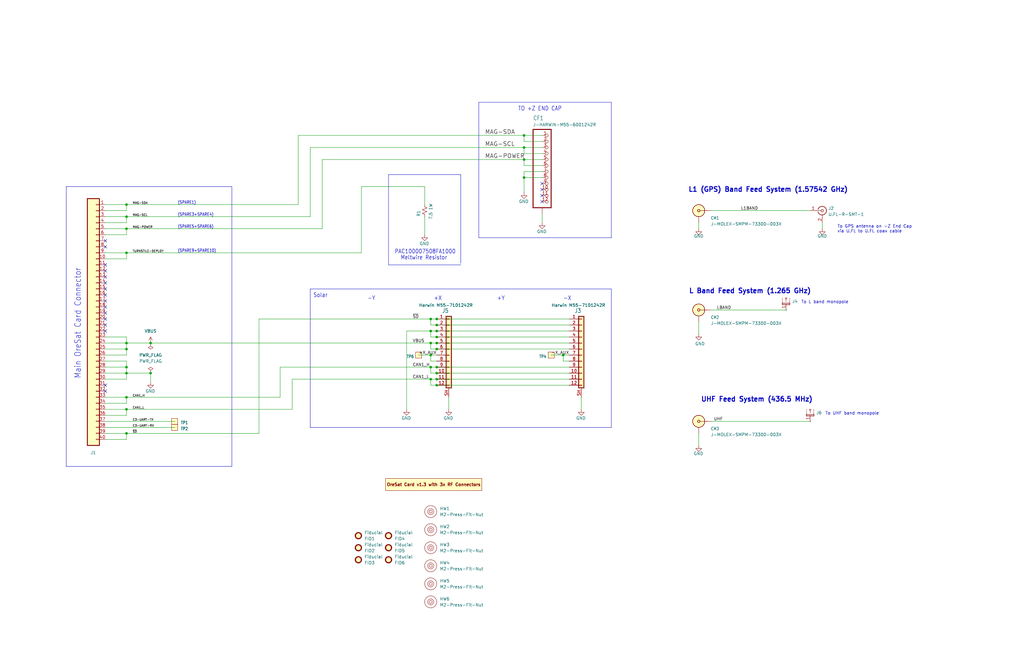
<source format=kicad_sch>
(kicad_sch (version 20230121) (generator eeschema)
  (paper "USLedger")
  (title_block (title "OreSat0.5 -Z End Card") (rev "1.0"))
  (lib_symbols
    (symbol "Connector:Conn_Coaxial" (pin_names (offset 1.016) hide)
      (property "Reference" "J" (at 0.254 3.048 0))
      (property "Value" "Conn_Coaxial" (at 2.921 0 90))
      (symbol "Conn_Coaxial_0_1"
        (arc (start -1.778 -0.508) (mid 0.2311 -1.8066) (end 1.778 0) (stroke (width 0.254)))
        (polyline (pts (xy -2.54 0) (xy -0.508 0)))
        (polyline (pts (xy 0 -2.54) (xy 0 -1.778)))
        (circle (center 0 0) (radius 0.508) (stroke (width 0.2032)))
        (arc (start 1.778 0) (mid 0.2099 1.8101) (end -1.778 0.508) (stroke (width 0.254)))
      )
      (symbol "Conn_Coaxial_1_1"
        (pin passive line (at -5.08 0 0) (length 2.54) (name "In") (number "1"))
        (pin passive line (at 0 -5.08 90) (length 2.54) (name "Ext") (number "2"))
      )
    )
    (symbol "Device:R_Small_US" (pin_numbers hide) (pin_names (offset 0.254) hide)
      (property "Reference" "R" (at 0.762 0.508 0))
      (property "Value" "R_Small_US" (at 0.762 -1.016 0))
      (symbol "R_Small_US_1_1"
        (polyline (pts (xy 0 0) (xy 1.016 -0.381) (xy 0 -0.762) (xy -1.016 -1.143) (xy 0 -1.524)))
        (polyline (pts (xy 0 1.524) (xy 1.016 1.143) (xy 0 0.762) (xy -1.016 0.381) (xy 0 0)))
        (pin passive line (at 0 2.54 270) (length 1.016) (name "~") (number "1"))
        (pin passive line (at 0 -2.54 90) (length 1.016) (name "~") (number "2"))
      )
    )
    (symbol "Mechanical:Fiducial"
      (property "Reference" "FID" (at 0 5.08 0))
      (property "Value" "Fiducial" (at 0 3.175 0))
      (symbol "Fiducial_0_1"
        (circle (center 0 0) (radius 1.27) (stroke (width 0.508)) (fill (type background)))
      )
    )
    (symbol "oresat-connectors:Harwin M55-7101242R" (pin_names hide)
      (property "Reference" "J" (at -12.7 15.875 0))
      (property "Value" "Harwin M55-7101242R" (at -12.7 13.97 0))
      (symbol "Harwin M55-7101242R_1_1"
        (rectangle (start -1.27 -16.51) (end 1.27 13.97) (stroke (width 0.1524)))
        (rectangle (start -1.016 -16.256) (end 1.016 13.716) (stroke (width 0.254)) (fill (type background)))
        (rectangle (start -0.254 -15.367) (end 1.016 -15.113) (stroke (width 0.1524)))
        (rectangle (start -0.254 -12.827) (end 1.016 -12.573) (stroke (width 0.1524)))
        (rectangle (start -0.254 -10.287) (end 1.016 -10.033) (stroke (width 0.1524)))
        (rectangle (start -0.254 -7.747) (end 1.016 -7.493) (stroke (width 0.1524)))
        (rectangle (start -0.254 -5.207) (end 1.016 -4.953) (stroke (width 0.1524)))
        (rectangle (start -0.254 -2.667) (end 1.016 -2.413) (stroke (width 0.1524)))
        (rectangle (start -0.254 -0.127) (end 1.016 0.127) (stroke (width 0.1524)))
        (rectangle (start -0.254 2.413) (end 1.016 2.667) (stroke (width 0.1524)))
        (rectangle (start -0.254 4.953) (end 1.016 5.207) (stroke (width 0.1524)))
        (rectangle (start -0.254 7.493) (end 1.016 7.747) (stroke (width 0.1524)))
        (rectangle (start -0.254 10.033) (end 1.016 10.287) (stroke (width 0.1524)))
        (rectangle (start -0.254 12.573) (end 1.016 12.827) (stroke (width 0.1524)))
        (pin passive line (at 5.08 12.7 180) (length 4.064) (name "Pin_1") (number "1"))
        (pin passive line (at 5.08 -10.16 180) (length 4.064) (name "Pin_10") (number "10"))
        (pin passive line (at 5.08 -12.7 180) (length 4.064) (name "Pin_11") (number "11"))
        (pin passive line (at 5.08 -15.24 180) (length 4.064) (name "Pin_12") (number "12"))
        (pin passive line (at 5.08 10.16 180) (length 4.064) (name "Pin_2") (number "2"))
        (pin passive line (at 5.08 7.62 180) (length 4.064) (name "Pin_3") (number "3"))
        (pin passive line (at 5.08 5.08 180) (length 4.064) (name "Pin_4") (number "4"))
        (pin passive line (at 5.08 2.54 180) (length 4.064) (name "Pin_5") (number "5"))
        (pin passive line (at 5.08 0 180) (length 4.064) (name "Pin_6") (number "6"))
        (pin passive line (at 5.08 -2.54 180) (length 4.064) (name "Pin_7") (number "7"))
        (pin passive line (at 5.08 -5.08 180) (length 4.064) (name "Pin_8") (number "8"))
        (pin passive line (at 5.08 -7.62 180) (length 4.064) (name "Pin_9") (number "9"))
        (pin passive line (at 0 -20.32 90) (length 3.81) (name "Shield") (number "SH"))
      )
    )
    (symbol "oresat-connectors:J-HARWIN-M55-6001242R" (pin_names hide)
      (property "Reference" "CF1" (at -6.35 19.05 0))
      (property "Value" "J-HARWIN-M55-6001242R" (at -6.35 16.51 0))
      (symbol "J-HARWIN-M55-6001242R_1_0"
        (polyline (pts (xy -6.35 -17.78) (xy 1.27 -17.78)) (stroke (width 0.4064)))
        (polyline (pts (xy -6.35 15.24) (xy -6.35 -17.78)) (stroke (width 0.4064)))
        (polyline (pts (xy 1.27 -17.78) (xy 1.27 15.24)) (stroke (width 0.4064)))
        (polyline (pts (xy 1.27 15.24) (xy -6.35 15.24)) (stroke (width 0.4064)))
        (pin passive inverted (at -2.54 12.7 0) (length 2.54) (name "1") (number "1"))
        (pin passive inverted (at -2.54 -10.16 0) (length 2.54) (name "10") (number "10"))
        (pin passive inverted (at -2.54 -12.7 0) (length 2.54) (name "11") (number "11"))
        (pin passive inverted (at -2.54 -15.24 0) (length 2.54) (name "12") (number "12"))
        (pin passive inverted (at -2.54 10.16 0) (length 2.54) (name "2") (number "2"))
        (pin passive inverted (at -2.54 7.62 0) (length 2.54) (name "3") (number "3"))
        (pin passive inverted (at -2.54 5.08 0) (length 2.54) (name "4") (number "4"))
        (pin passive inverted (at -2.54 2.54 0) (length 2.54) (name "5") (number "5"))
        (pin passive inverted (at -2.54 0 0) (length 2.54) (name "6") (number "6"))
        (pin passive inverted (at -2.54 -2.54 0) (length 2.54) (name "7") (number "7"))
        (pin passive inverted (at -2.54 -5.08 0) (length 2.54) (name "8") (number "8"))
        (pin passive inverted (at -2.54 -7.62 0) (length 2.54) (name "9") (number "9"))
        (pin passive line (at -2.54 -20.32 90) (length 2.54) (name "SHIELD") (number "SH"))
      )
    )
    (symbol "oresat-connectors:J-MOLEX-SMPM-73300-002X"
      (property "Reference" "J" (at 5.08 -3.81 0))
      (property "Value" "733000020" (at 5.08 -6.35 0))
      (symbol "J-MOLEX-SMPM-73300-002X_1_0"
        (polyline (pts (xy 0.508 0) (xy 3.556 0)) (stroke (width 0.1524)))
        (circle (center 0 0) (radius 0.508) (stroke (width 0.254)))
        (circle (center 0 0) (radius 2.54) (stroke (width 0.254)) (fill (type background)))
        (pin passive line (at 0 -5.08 90) (length 2.54) (name "SHLD") (number "SHLD"))
        (pin passive line (at 5.08 0 180) (length 2.54) (name "SIG") (number "SIG"))
      )
    )
    (symbol "oresat-connectors:J-SAMTEC-TFM-120-01-L-D-RA" (pin_names hide)
      (property "Reference" "J" (at 0 54.61 0))
      (property "Value" "J-SAMTEC-TFM-120-01-L-D-RA" (at 0 52.07 0))
      (symbol "J-SAMTEC-TFM-120-01-L-D-RA_0_1"
        (rectangle (start 2.413 -50.673) (end 1.143 -50.927) (stroke (width 0.1524)))
        (rectangle (start 2.413 -48.133) (end 1.143 -48.387) (stroke (width 0.1524)))
        (rectangle (start 2.413 -45.593) (end 1.143 -45.847) (stroke (width 0.1524)))
        (rectangle (start 2.413 -43.053) (end 1.143 -43.307) (stroke (width 0.1524)))
        (rectangle (start 2.413 -40.513) (end 1.143 -40.767) (stroke (width 0.1524)))
        (rectangle (start 2.413 -37.973) (end 1.143 -38.227) (stroke (width 0.1524)))
        (rectangle (start 2.413 -35.433) (end 1.143 -35.687) (stroke (width 0.1524)))
        (rectangle (start 2.413 -32.893) (end 1.143 -33.147) (stroke (width 0.1524)))
        (rectangle (start 2.413 -30.353) (end 1.143 -30.607) (stroke (width 0.1524)))
        (rectangle (start 2.413 -27.813) (end 1.143 -28.067) (stroke (width 0.1524)))
        (rectangle (start 2.413 -25.273) (end 1.143 -25.527) (stroke (width 0.1524)))
        (rectangle (start 2.413 -22.733) (end 1.143 -22.987) (stroke (width 0.1524)))
        (rectangle (start 2.413 -20.193) (end 1.143 -20.447) (stroke (width 0.1524)))
        (rectangle (start 2.413 -17.653) (end 1.143 -17.907) (stroke (width 0.1524)))
        (rectangle (start 2.413 -15.113) (end 1.143 -15.367) (stroke (width 0.1524)))
        (rectangle (start 2.413 -12.573) (end 1.143 -12.827) (stroke (width 0.1524)))
        (rectangle (start 2.413 -10.033) (end 1.143 -10.287) (stroke (width 0.1524)))
        (rectangle (start 2.413 -7.493) (end 1.143 -7.747) (stroke (width 0.1524)))
        (rectangle (start 2.413 -4.953) (end 1.143 -5.207) (stroke (width 0.1524)))
        (rectangle (start 2.413 -2.413) (end 1.143 -2.667) (stroke (width 0.1524)))
        (rectangle (start 2.413 0.127) (end 1.143 -0.127) (stroke (width 0.1524)))
        (rectangle (start 2.413 2.667) (end 1.143 2.413) (stroke (width 0.1524)))
        (rectangle (start 2.413 5.207) (end 1.143 4.953) (stroke (width 0.1524)))
        (rectangle (start 2.413 7.747) (end 1.143 7.493) (stroke (width 0.1524)))
        (rectangle (start 2.413 10.287) (end 1.143 10.033) (stroke (width 0.1524)))
        (rectangle (start 2.413 12.827) (end 1.143 12.573) (stroke (width 0.1524)))
        (rectangle (start 2.413 15.367) (end 1.143 15.113) (stroke (width 0.1524)))
        (rectangle (start 2.413 17.907) (end 1.143 17.653) (stroke (width 0.1524)))
        (rectangle (start 2.413 20.447) (end 1.143 20.193) (stroke (width 0.1524)))
        (rectangle (start 2.413 22.987) (end 1.143 22.733) (stroke (width 0.1524)))
        (rectangle (start 2.413 25.527) (end 1.143 25.273) (stroke (width 0.1524)))
        (rectangle (start 2.413 28.067) (end 1.143 27.813) (stroke (width 0.1524)))
        (rectangle (start 2.413 30.607) (end 1.143 30.353) (stroke (width 0.1524)))
        (rectangle (start 2.413 33.147) (end 1.143 32.893) (stroke (width 0.1524)))
        (rectangle (start 2.413 35.687) (end 1.143 35.433) (stroke (width 0.1524)))
        (rectangle (start 2.413 38.227) (end 1.143 37.973) (stroke (width 0.1524)))
        (rectangle (start 2.413 40.767) (end 1.143 40.513) (stroke (width 0.1524)))
        (rectangle (start 2.413 43.307) (end 1.143 43.053) (stroke (width 0.1524)))
        (rectangle (start 2.413 45.847) (end 1.143 45.593) (stroke (width 0.1524)))
        (rectangle (start 2.413 48.387) (end 1.143 48.133) (stroke (width 0.1524)))
      )
      (symbol "J-SAMTEC-TFM-120-01-L-D-RA_1_1"
        (rectangle (start -2.54 50.8) (end 2.54 -53.34) (stroke (width 0.4)) (fill (type background)))
        (pin passive line (at 5.08 48.26 180) (length 2.54) (name "") (number "1"))
        (pin passive line (at 5.08 25.4 180) (length 2.54) (name "") (number "10"))
        (pin passive line (at 5.08 22.86 180) (length 2.54) (name "") (number "11"))
        (pin passive line (at 5.08 20.32 180) (length 2.54) (name "") (number "12"))
        (pin passive line (at 5.08 17.78 180) (length 2.54) (name "") (number "13"))
        (pin passive line (at 5.08 15.24 180) (length 2.54) (name "") (number "14"))
        (pin passive line (at 5.08 12.7 180) (length 2.54) (name "") (number "15"))
        (pin passive line (at 5.08 10.16 180) (length 2.54) (name "") (number "16"))
        (pin passive line (at 5.08 7.62 180) (length 2.54) (name "") (number "17"))
        (pin passive line (at 5.08 5.08 180) (length 2.54) (name "") (number "18"))
        (pin passive line (at 5.08 2.54 180) (length 2.54) (name "") (number "19"))
        (pin passive line (at 5.08 45.72 180) (length 2.54) (name "") (number "2"))
        (pin passive line (at 5.08 0 180) (length 2.54) (name "") (number "20"))
        (pin passive line (at 5.08 -2.54 180) (length 2.54) (name "") (number "21"))
        (pin passive line (at 5.08 -5.08 180) (length 2.54) (name "") (number "22"))
        (pin passive line (at 5.08 -7.62 180) (length 2.54) (name "") (number "23"))
        (pin passive line (at 5.08 -10.16 180) (length 2.54) (name "") (number "24"))
        (pin passive line (at 5.08 -12.7 180) (length 2.54) (name "") (number "25"))
        (pin passive line (at 5.08 -15.24 180) (length 2.54) (name "") (number "26"))
        (pin passive line (at 5.08 -17.78 180) (length 2.54) (name "") (number "27"))
        (pin passive line (at 5.08 -20.32 180) (length 2.54) (name "") (number "28"))
        (pin passive line (at 5.08 -22.86 180) (length 2.54) (name "") (number "29"))
        (pin passive line (at 5.08 43.18 180) (length 2.54) (name "") (number "3"))
        (pin passive line (at 5.08 -25.4 180) (length 2.54) (name "") (number "30"))
        (pin passive line (at 5.08 -27.94 180) (length 2.54) (name "") (number "31"))
        (pin passive line (at 5.08 -30.48 180) (length 2.54) (name "") (number "32"))
        (pin passive line (at 5.08 -33.02 180) (length 2.54) (name "") (number "33"))
        (pin passive line (at 5.08 -35.56 180) (length 2.54) (name "") (number "34"))
        (pin passive line (at 5.08 -38.1 180) (length 2.54) (name "") (number "35"))
        (pin passive line (at 5.08 -40.64 180) (length 2.54) (name "") (number "36"))
        (pin passive line (at 5.08 -43.18 180) (length 2.54) (name "") (number "37"))
        (pin passive line (at 5.08 -45.72 180) (length 2.54) (name "") (number "38"))
        (pin passive line (at 5.08 -48.26 180) (length 2.54) (name "") (number "39"))
        (pin passive line (at 5.08 40.64 180) (length 2.54) (name "") (number "4"))
        (pin passive line (at 5.08 -50.8 180) (length 2.54) (name "") (number "40"))
        (pin passive line (at 5.08 38.1 180) (length 2.54) (name "") (number "5"))
        (pin passive line (at 5.08 35.56 180) (length 2.54) (name "") (number "6"))
        (pin passive line (at 5.08 33.02 180) (length 2.54) (name "") (number "7"))
        (pin passive line (at 5.08 30.48 180) (length 2.54) (name "") (number "8"))
        (pin passive line (at 5.08 27.94 180) (length 2.54) (name "") (number "9"))
      )
    )
    (symbol "oresat-misc:M2-Press-Fit-Nut" (pin_numbers hide) (pin_names (offset 0) hide)
      (property "Reference" "HW" (at 4.445 1.27 0))
      (property "Value" "M2-Press-Fit-Nut" (at 12.065 -1.27 0))
      (symbol "M2-Press-Fit-Nut_0_1"
        (circle (center 0 0) (radius 0.635))
        (circle (center 0 0) (radius 1.27))
        (circle (center 0 0) (radius 2.54))
      )
    )
    (symbol "oresat-misc:Test-Point-0.75mm-th"
      (property "Reference" "TP" (at 0 2.54 0))
      (symbol "Test-Point-0.75mm-th_1_0"
        (pin passive line (at 0 0 0) (length 0) (name "1") (number "1"))
      )
      (symbol "Test-Point-0.75mm-th_1_1"
        (rectangle (start -1.27 1.27) (end 1.27 -1.27) (fill (type background)))
      )
    )
    (symbol "oresat-misc:tape-measure-antenna"
      (property "Reference" "J" (at 1.27 0 0))
      (symbol "tape-measure-antenna_0_1"
        (arc (start -1.524 2.921) (mid -1.6814 2.54) (end -1.524 2.159))
        (polyline (pts (xy -1.524 2.159) (xy 1.524 2.159)))
        (polyline (pts (xy -1.524 2.54) (xy -1.524 3.556)))
        (polyline (pts (xy -1.524 3.81) (xy -1.524 4.064)))
        (polyline (pts (xy -1.524 4.318) (xy -1.524 4.572)))
        (polyline (pts (xy -1.524 4.826) (xy -1.524 5.08)))
        (polyline (pts (xy 1.524 2.54) (xy -1.524 2.54)))
        (polyline (pts (xy 1.524 2.54) (xy 1.524 3.556)))
        (polyline (pts (xy 1.524 2.921) (xy -1.524 2.921)))
        (polyline (pts (xy 1.524 3.81) (xy 1.524 4.064)))
        (polyline (pts (xy 1.524 4.318) (xy 1.524 4.572)))
        (polyline (pts (xy 1.524 4.826) (xy 1.524 5.08)))
        (polyline (pts (xy 0 3.556) (xy 0 4.445) (xy 0.381 5.08) (xy -0.381 5.08) (xy 0 4.445)))
        (arc (start 1.524 2.159) (mid 1.6812 2.54) (end 1.524 2.921))
      )
      (symbol "tape-measure-antenna_1_1"
        (pin passive line (at 0 0 90) (length 2.54) (name "") (number "1"))
      )
    )
    (symbol "oresat-pcbs:ORESAT-CARD-V1.3-3RF"
      (symbol "ORESAT-CARD-V1.3-3RF_1_0"
        (rectangle (start -20.32 2.54) (end 20.32 -2.54) (fill (type background)))
        (text "OreSat Card v1.3 with 3x RF Connectors" (at 0 0 0) (effects (font (size 1.27 1.27) bold)))
      )
    )
    (symbol "oresat-power:VBUS" (power) (pin_names (offset 0))
      (property "Value" "VBUS" (at 0 3.556 0))
      (symbol "VBUS_0_1"
        (polyline (pts (xy -0.762 1.27) (xy 0 2.54)))
        (polyline (pts (xy 0 0) (xy 0 2.54)))
        (polyline (pts (xy 0 2.54) (xy 0.762 1.27)))
      )
      (symbol "VBUS_1_1"
        (pin power_in line (at 0 0 90) (length 0) hide (name "VBUS") (number "1"))
      )
    )
    (symbol "power:GND" (power) (pin_names (offset 0))
      (property "Value" "GND" (at 0 -3.81 0))
      (symbol "GND_0_1"
        (polyline (pts (xy 0 0) (xy 0 -1.27) (xy 1.27 -1.27) (xy 0 -2.54) (xy -1.27 -1.27) (xy 0 -1.27)))
      )
      (symbol "GND_1_1"
        (pin power_in line (at 0 0 270) (length 0) hide (name "GND") (number "1"))
      )
    )
    (symbol "power:PWR_FLAG" (power) (pin_numbers hide) (pin_names (offset 0) hide)
      (property "Value" "PWR_FLAG" (at 0 3.81 0))
      (symbol "PWR_FLAG_0_0"
        (pin power_out line (at 0 0 90) (length 0) (name "pwr") (number "1"))
      )
      (symbol "PWR_FLAG_0_1"
        (polyline (pts (xy 0 0) (xy 0 1.27) (xy -1.016 1.905) (xy 0 2.54) (xy 1.016 1.905) (xy 0 1.27)))
      )
    )
  )
  (junction (at 237.49 149.86))
  (junction (at 53.34 147.32))
  (junction (at 181.61 160.02))
  (junction (at 220.98 67.31))
  (junction (at 184.15 142.24))
  (junction (at 181.61 144.78))
  (junction (at 181.61 134.62))
  (junction (at 53.34 157.48))
  (junction (at 184.15 139.7))
  (junction (at 220.98 74.93))
  (junction (at 184.15 157.48))
  (junction (at 53.34 144.78))
  (junction (at 53.34 106.68))
  (junction (at 181.61 149.86))
  (junction (at 53.34 86.36))
  (junction (at 53.34 172.72))
  (junction (at 53.34 182.88))
  (junction (at 220.98 62.23))
  (junction (at 184.15 144.78))
  (junction (at 184.15 134.62))
  (junction (at 63.5 144.78))
  (junction (at 184.15 137.16))
  (junction (at 181.61 139.7))
  (junction (at 53.34 167.64))
  (junction (at 53.34 91.44))
  (junction (at 63.5 157.48))
  (junction (at 181.61 154.94))
  (junction (at 184.15 154.94))
  (junction (at 53.34 96.52))
  (junction (at 184.15 147.32))
  (junction (at 184.15 162.56))
  (junction (at 53.34 154.94))
  (junction (at 220.98 57.15))
  (junction (at 184.15 160.02))
  (no_connect (at 44.45 114.3))
  (no_connect (at 44.45 116.84))
  (no_connect (at 44.45 124.46))
  (no_connect (at 44.45 121.92))
  (no_connect (at 44.45 119.38))
  (no_connect (at 44.45 137.16))
  (no_connect (at 44.45 132.08))
  (no_connect (at 44.45 139.7))
  (no_connect (at 228.6 85.09))
  (no_connect (at 44.45 111.76))
  (no_connect (at 44.45 134.62))
  (no_connect (at 44.45 165.1))
  (no_connect (at 44.45 127))
  (no_connect (at 228.6 80.01))
  (no_connect (at 44.45 129.54))
  (no_connect (at 228.6 77.47))
  (no_connect (at 44.45 104.14))
  (no_connect (at 44.45 162.56))
  (no_connect (at 228.6 82.55))
  (no_connect (at 44.45 101.6))
  (wire (pts (xy 181.61 139.7) (xy 184.15 139.7)))
  (wire (pts (xy 181.61 134.62) (xy 184.15 134.62)))
  (wire (pts (xy 184.15 142.24) (xy 240.03 142.24)))
  (wire (pts (xy 220.98 59.69) (xy 228.6 59.69)))
  (wire (pts (xy 184.15 147.32) (xy 181.61 147.32)))
  (polyline (pts (xy 201.93 43.18) (xy 257.81 43.18)))
  (wire (pts (xy 53.34 109.22) (xy 53.34 106.68)))
  (wire (pts (xy 44.45 160.02) (xy 53.34 160.02)))
  (polyline (pts (xy 27.94 78.74) (xy 97.79 78.74)))
  (wire (pts (xy 181.61 142.24) (xy 181.61 139.7)))
  (wire (pts (xy 44.45 170.18) (xy 53.34 170.18)))
  (wire (pts (xy 228.6 57.15) (xy 220.98 57.15)))
  (wire (pts (xy 184.15 154.94) (xy 240.03 154.94)))
  (wire (pts (xy 220.98 62.23) (xy 130.81 62.23)))
  (wire (pts (xy 299.72 88.9) (xy 341.63 88.9)))
  (wire (pts (xy 228.6 62.23) (xy 220.98 62.23)))
  (wire (pts (xy 135.89 67.31) (xy 220.98 67.31)))
  (wire (pts (xy 184.15 160.02) (xy 240.03 160.02)))
  (wire (pts (xy 44.45 182.88) (xy 53.34 182.88)))
  (wire (pts (xy 53.34 160.02) (xy 53.34 157.48)))
  (wire (pts (xy 176.53 149.86) (xy 181.61 149.86)))
  (wire (pts (xy 53.34 185.42) (xy 53.34 182.88)))
  (wire (pts (xy 44.45 99.06) (xy 53.34 99.06)))
  (wire (pts (xy 184.15 144.78) (xy 240.03 144.78)))
  (wire (pts (xy 171.45 139.7) (xy 171.45 172.72)))
  (wire (pts (xy 245.11 167.64) (xy 245.11 172.72)))
  (wire (pts (xy 171.45 139.7) (xy 181.61 139.7)))
  (polyline (pts (xy 201.93 100.33) (xy 201.93 43.18)))
  (wire (pts (xy 184.15 137.16) (xy 181.61 137.16)))
  (wire (pts (xy 53.34 154.94) (xy 53.34 152.4)))
  (polyline (pts (xy 163.83 111.76) (xy 163.83 73.66)))
  (wire (pts (xy 130.81 62.23) (xy 130.81 91.44)))
  (wire (pts (xy 181.61 157.48) (xy 184.15 157.48)))
  (polyline (pts (xy 257.81 121.92) (xy 257.81 180.34)))
  (polyline (pts (xy 130.81 121.92) (xy 130.81 180.34)))
  (wire (pts (xy 237.49 152.4) (xy 237.49 149.86)))
  (polyline (pts (xy 257.81 43.18) (xy 257.81 100.33)))
  (wire (pts (xy 118.11 154.94) (xy 181.61 154.94)))
  (wire (pts (xy 220.98 72.39) (xy 220.98 74.93)))
  (wire (pts (xy 299.72 177.8) (xy 341.63 177.8)))
  (wire (pts (xy 44.45 152.4) (xy 53.34 152.4)))
  (wire (pts (xy 294.64 135.89) (xy 294.64 140.97)))
  (wire (pts (xy 181.61 160.02) (xy 184.15 160.02)))
  (polyline (pts (xy 163.83 73.66) (xy 194.31 73.66)))
  (wire (pts (xy 44.45 144.78) (xy 53.34 144.78)))
  (polyline (pts (xy 27.94 78.74) (xy 27.94 196.85)))
  (wire (pts (xy 63.5 157.48) (xy 63.5 161.29)))
  (wire (pts (xy 181.61 144.78) (xy 184.15 144.78)))
  (polyline (pts (xy 194.31 73.66) (xy 194.31 111.125)))
  (wire (pts (xy 220.98 69.85) (xy 228.6 69.85)))
  (wire (pts (xy 220.98 57.15) (xy 220.98 59.69)))
  (wire (pts (xy 152.4 106.68) (xy 152.4 78.74)))
  (wire (pts (xy 294.64 182.88) (xy 294.64 187.96)))
  (wire (pts (xy 53.34 144.78) (xy 53.34 142.24)))
  (wire (pts (xy 44.45 172.72) (xy 53.34 172.72)))
  (wire (pts (xy 44.45 167.64) (xy 53.34 167.64)))
  (wire (pts (xy 184.15 142.24) (xy 181.61 142.24)))
  (wire (pts (xy 152.4 78.74) (xy 179.07 78.74)))
  (wire (pts (xy 53.34 147.32) (xy 53.34 144.78)))
  (wire (pts (xy 63.5 144.78) (xy 181.61 144.78)))
  (wire (pts (xy 181.61 154.94) (xy 184.15 154.94)))
  (polyline (pts (xy 130.81 121.92) (xy 257.81 121.92)))
  (wire (pts (xy 135.89 96.52) (xy 135.89 67.31)))
  (wire (pts (xy 44.45 93.98) (xy 53.34 93.98)))
  (polyline (pts (xy 97.79 196.85) (xy 97.79 78.74)))
  (wire (pts (xy 53.34 106.68) (xy 152.4 106.68)))
  (wire (pts (xy 44.45 88.9) (xy 53.34 88.9)))
  (wire (pts (xy 181.61 147.32) (xy 181.61 144.78)))
  (wire (pts (xy 123.19 160.02) (xy 123.19 172.72)))
  (wire (pts (xy 181.61 149.86) (xy 184.15 149.86)))
  (wire (pts (xy 53.34 93.98) (xy 53.34 91.44)))
  (wire (pts (xy 53.34 154.94) (xy 53.34 157.48)))
  (wire (pts (xy 125.73 86.36) (xy 125.73 57.15)))
  (wire (pts (xy 125.73 57.15) (xy 220.98 57.15)))
  (wire (pts (xy 228.6 90.17) (xy 228.6 93.98)))
  (wire (pts (xy 237.49 149.86) (xy 240.03 149.86)))
  (wire (pts (xy 53.34 88.9) (xy 53.34 86.36)))
  (wire (pts (xy 44.45 109.22) (xy 53.34 109.22)))
  (wire (pts (xy 53.34 182.88) (xy 109.22 182.88)))
  (wire (pts (xy 53.34 86.36) (xy 125.73 86.36)))
  (wire (pts (xy 44.45 106.68) (xy 53.34 106.68)))
  (wire (pts (xy 44.45 157.48) (xy 53.34 157.48)))
  (wire (pts (xy 240.03 152.4) (xy 237.49 152.4)))
  (wire (pts (xy 44.45 142.24) (xy 53.34 142.24)))
  (wire (pts (xy 184.15 139.7) (xy 240.03 139.7)))
  (wire (pts (xy 44.45 147.32) (xy 53.34 147.32)))
  (wire (pts (xy 53.34 99.06) (xy 53.34 96.52)))
  (wire (pts (xy 184.15 157.48) (xy 240.03 157.48)))
  (wire (pts (xy 53.34 167.64) (xy 118.11 167.64)))
  (wire (pts (xy 181.61 152.4) (xy 181.61 149.86)))
  (wire (pts (xy 184.15 147.32) (xy 240.03 147.32)))
  (wire (pts (xy 299.72 130.81) (xy 331.47 130.81)))
  (wire (pts (xy 53.34 149.86) (xy 53.34 147.32)))
  (wire (pts (xy 184.15 162.56) (xy 240.03 162.56)))
  (wire (pts (xy 179.07 78.74) (xy 179.07 86.36)))
  (wire (pts (xy 44.45 154.94) (xy 53.34 154.94)))
  (wire (pts (xy 109.22 134.62) (xy 181.61 134.62)))
  (wire (pts (xy 189.23 167.64) (xy 189.23 172.72)))
  (wire (pts (xy 181.61 137.16) (xy 181.61 134.62)))
  (wire (pts (xy 294.64 93.98) (xy 294.64 96.52)))
  (polyline (pts (xy 27.94 196.85) (xy 97.79 196.85)))
  (wire (pts (xy 123.19 160.02) (xy 181.61 160.02)))
  (wire (pts (xy 118.11 154.94) (xy 118.11 167.64)))
  (wire (pts (xy 44.45 86.36) (xy 53.34 86.36)))
  (wire (pts (xy 228.6 72.39) (xy 220.98 72.39)))
  (polyline (pts (xy 257.81 100.33) (xy 201.93 100.33)))
  (wire (pts (xy 184.15 134.62) (xy 240.03 134.62)))
  (wire (pts (xy 123.19 172.72) (xy 53.34 172.72)))
  (wire (pts (xy 44.45 185.42) (xy 53.34 185.42)))
  (wire (pts (xy 53.34 144.78) (xy 63.5 144.78)))
  (wire (pts (xy 44.45 175.26) (xy 53.34 175.26)))
  (wire (pts (xy 232.41 149.86) (xy 237.49 149.86)))
  (wire (pts (xy 220.98 67.31) (xy 220.98 69.85)))
  (wire (pts (xy 44.45 91.44) (xy 53.34 91.44)))
  (wire (pts (xy 228.6 67.31) (xy 220.98 67.31)))
  (wire (pts (xy 44.45 180.34) (xy 73.66 180.34)))
  (polyline (pts (xy 257.81 180.34) (xy 130.81 180.34)))
  (wire (pts (xy 109.22 134.62) (xy 109.22 182.88)))
  (wire (pts (xy 44.45 149.86) (xy 53.34 149.86)))
  (wire (pts (xy 53.34 175.26) (xy 53.34 172.72)))
  (wire (pts (xy 184.15 137.16) (xy 240.03 137.16)))
  (wire (pts (xy 181.61 152.4) (xy 184.15 152.4)))
  (wire (pts (xy 220.98 62.23) (xy 220.98 64.77)))
  (wire (pts (xy 220.98 64.77) (xy 228.6 64.77)))
  (wire (pts (xy 179.07 91.44) (xy 179.07 99.06)))
  (wire (pts (xy 44.45 96.52) (xy 53.34 96.52)))
  (wire (pts (xy 53.34 170.18) (xy 53.34 167.64)))
  (wire (pts (xy 181.61 157.48) (xy 181.61 154.94)))
  (wire (pts (xy 220.98 74.93) (xy 220.98 81.28)))
  (wire (pts (xy 44.45 177.8) (xy 73.66 177.8)))
  (wire (pts (xy 53.34 96.52) (xy 135.89 96.52)))
  (wire (pts (xy 346.71 93.98) (xy 346.71 96.52)))
  (wire (pts (xy 53.34 157.48) (xy 63.5 157.48)))
  (wire (pts (xy 220.98 74.93) (xy 228.6 74.93)))
  (wire (pts (xy 184.15 162.56) (xy 181.61 162.56)))
  (wire (pts (xy 53.34 91.44) (xy 130.81 91.44)))
  (polyline (pts (xy 194.31 111.76) (xy 163.83 111.76)))
  (wire (pts (xy 181.61 162.56) (xy 181.61 160.02)))
  (text "PAC100007508FA1000" (at 166.37 107.315 0) (effects (font (size 1.778 1.5113)) (justify left bottom)))
  (text "+X" (at 182.88 127 0) (effects (font (size 1.778 1.5113)) (justify left bottom)))
  (text "(SPARE5+SPARE6)" (at 74.93 96.52 0) (effects (font (size 1.27 1.0795)) (justify left bottom)))
  (text "(SPARE3+SPARE4)" (at 74.93 91.44 0) (effects (font (size 1.27 1.0795)) (justify left bottom)))
  (text "(SPARE9+SPARE10)" (at 74.93 106.68 0) (effects (font (size 1.27 1.0795)) (justify left bottom)))
  (text "TO +Z END CAP" (at 218.44 46.99 0) (effects (font (size 1.778 1.5113)) (justify left bottom)))
  (text "Meltwire Resistor" (at 168.91 109.855 0) (effects (font (size 1.778 1.5113)) (justify left bottom)))
  (text "To L band monopole" (at 337.82 128.27 0) (effects (font (size 1.27 1.27)) (justify left bottom)))
  (text "Main OreSat Card Connector" (at 34.29 113.03 90) (effects (font (size 2.54 2.159)) (justify right bottom)))
  (text "+Y" (at 209.55 127 0) (effects (font (size 1.778 1.5113)) (justify left bottom)))
  (text "To UHF band monopole" (at 347.98 175.26 0) (effects (font (size 1.27 1.27)) (justify left bottom)))
  (text "(SPARE1)" (at 74.93 86.36 0) (effects (font (size 1.27 1.0795)) (justify left bottom)))
  (text "UHF Feed System (436.5 MHz)" (at 295.529 169.799 0) (effects (font (size 2 2) (thickness 0.4) bold) (justify left bottom)))
  (text "L1 (GPS) Band Feed System (1.57542 GHz)" (at 290.195 81.28 0) (effects (font (size 2 2) (thickness 0.4) bold) (justify left bottom)))
  (text "To GPS antenna on -Z End Cap \nvia U.FL to U.FL coax cable" (at 353.06 98.425 0) (effects (font (size 1.27 1.27)) (justify left bottom)))
  (text "-Y" (at 154.94 127 0) (effects (font (size 1.778 1.5113)) (justify left bottom)))
  (text "L Band Feed System (1.265 GHz)" (at 290.449 124.079 0) (effects (font (size 2 2) (thickness 0.4) bold) (justify left bottom)))
  (text "-X" (at 237.49 127 0) (effects (font (size 1.778 1.5113)) (justify left bottom)))
  (text "Solar" (at 132.08 125.73 0) (effects (font (size 1.778 1.5113)) (justify left bottom)))
  (label "VBUS" (at 173.99 144.78 0) (effects (font (size 1.2446 1.2446))))
  (label "MAG-POWER" (at 55.88 96.52 0) (effects (font (size 0.889 0.889))))
  (label "CAN1_H" (at 55.88 167.64 0) (effects (font (size 0.889 0.889))))
  (label "MAG-SCL" (at 55.88 91.44 0) (effects (font (size 0.889 0.889))))
  (label "~{SD}" (at 55.88 182.88 0) (effects (font (size 0.889 0.889))))
  (label "MAG-POWER" (at 204.47 67.31 0) (effects (font (size 1.778 1.778))))
  (label "CAN1_H" (at 173.99 154.94 0) (effects (font (size 1.2446 1.2446))))
  (label "~{SD}" (at 173.99 134.62 0) (effects (font (size 1.2446 1.2446))))
  (label "C3-UART-RX" (at 55.88 180.34 0) (effects (font (size 0.889 0.889))))
  (label "UHF" (at 300.99 177.8 0) (effects (font (size 1.2446 1.2446))))
  (label "TURNSTILE-DEPLOY" (at 55.88 106.68 0) (effects (font (size 0.889 0.889))))
  (label "CAN1_L" (at 173.99 160.02 0) (effects (font (size 1.2446 1.2446))))
  (label "CAN1_L" (at 55.88 172.72 0) (effects (font (size 0.889 0.889))))
  (label "+X_AUX" (at 176.53 149.86 0))
  (label "-X_AUX" (at 232.41 149.86 0))
  (label "MAG-SDA" (at 55.88 86.36 0) (effects (font (size 0.889 0.889))))
  (label "C3-UART-TX" (at 55.88 177.8 0) (effects (font (size 0.889 0.889))))
  (label "MAG-SDA" (at 204.47 57.15 0) (effects (font (size 1.778 1.778))))
  (label "L1BAND" (at 312.42 88.9 0) (effects (font (size 1.2446 1.2446))))
  (label "MAG-SCL" (at 204.47 62.23 0) (effects (font (size 1.778 1.778))))
  (label "LBAND" (at 302.26 130.81 0) (effects (font (size 1.2446 1.2446))))
  (symbol (lib_id "power:GND") (at 189.23 172.72 0) (mirror y) (unit 1)
    (property "Reference" "#GND04" (effects hide))
    (property "Value" "GND" (at 191.135 177.165 0) (effects (justify left bottom)))
    (property "Footprint" "plusz-end-card-with-turnstile:" (effects hide))
  )
  (symbol (lib_id "power:GND") (at 179.07 99.06 0) (mirror y) (unit 1)
    (property "Reference" "#GND03" (effects hide))
    (property "Value" "GND" (at 180.975 103.505 0) (effects (justify left bottom)))
    (property "Footprint" "plusz-end-card-with-turnstile:" (effects hide))
  )
  (symbol (lib_id "power:GND") (at 63.5 161.29 0) (mirror y) (unit 1)
    (property "Reference" "#GND01" (effects hide))
    (property "Value" "GND" (at 65.405 165.735 0) (effects (justify left bottom)))
    (property "Footprint" "plusz-end-card-with-turnstile:" (effects hide))
  )
  (symbol (lib_id "oresat-connectors:Harwin M55-7101242R") (at 189.23 147.32 0) (mirror y) (unit 1)
    (property "Reference" "J5" (at 189.23 132.08 0) (effects (font (size 1.778 1.5113)) (justify left bottom)))
    (property "Value" "Harwin M55-7101242R" (at 199.39 129.54 0) (effects (justify left bottom)))
    (property "Footprint" "oresat-connectors:J-Harwin-M55-7101242R" (effects hide))
    (property "Datasheet" "https://cdn.harwin.com/pdfs/C047XX_M55_Archer_Kontrol.pdf" (effects hide))
  )
  (symbol (lib_id "oresat-pcbs:ORESAT-CARD-V1.3-3RF") (at 182.88 204.47 0) (unit 1)
    (property "Reference" "PCB1" (effects hide))
    (property "Value" "ORESAT-CARD-V1.3-GENERIC-3RF" (effects hide))
    (property "Footprint" "oresat-pcbs:ORESAT-CARD-V1.3-3RF" (effects hide))
  )
  (symbol (lib_id "power:GND") (at 294.64 96.52 0) (unit 1)
    (property "Reference" "#GND010" (effects hide))
    (property "Value" "GND" (at 294.64 100.33 0) (effects (justify bottom)))
    (property "Footprint" "plusz-end-card-with-turnstile:" (effects hide))
  )
  (symbol (lib_id "oresat-misc:M2-Press-Fit-Nut") (at 181.61 231.14 0) (unit 1)
    (property "Reference" "HW3" (at 185.42 229.8699 0) (effects (justify left)))
    (property "Value" "M2-Press-Fit-Nut" (at 185.42 232.4099 0) (effects (justify left)))
    (property "Footprint" "oresat-misc:M2-Press-Fit-Nut" (effects hide))
  )
  (symbol (lib_id "Mechanical:Fiducial") (at 151.13 236.22 0) (unit 1)
    (property "Reference" "FID3" (at 153.67 237.49 0) (effects (justify left)))
    (property "Value" "Fiducial" (at 153.67 234.95 0) (effects (justify left)))
    (property "Footprint" "Fiducial:Fiducial_1mm_Mask2mm" (effects hide))
  )
  (symbol (lib_id "Mechanical:Fiducial") (at 151.13 226.06 0) (unit 1)
    (property "Reference" "FID1" (at 153.67 227.33 0) (effects (justify left)))
    (property "Value" "Fiducial" (at 153.67 224.79 0) (effects (justify left)))
    (property "Footprint" "Fiducial:Fiducial_1mm_Mask2mm" (effects hide))
  )
  (symbol (lib_id "power:GND") (at 294.64 187.96 0) (unit 1)
    (property "Reference" "#GND08" (effects hide))
    (property "Value" "GND" (at 292.481 192.151 0) (effects (justify left bottom)))
    (property "Footprint" "plusz-end-card-with-turnstile:" (effects hide))
  )
  (symbol (lib_id "Mechanical:Fiducial") (at 163.83 236.22 0) (unit 1)
    (property "Reference" "FID6" (at 166.37 237.49 0) (effects (justify left)))
    (property "Value" "Fiducial" (at 166.37 234.95 0) (effects (justify left)))
    (property "Footprint" "Fiducial:Fiducial_1mm_Mask2mm" (effects hide))
  )
  (symbol (lib_id "oresat-misc:Test-Point-0.75mm-th") (at 73.66 177.8 0) (unit 1)
    (property "Reference" "TP1" (at 76.2 179.07 0) (effects (font (size 1.27 1.0795)) (justify left bottom)))
    (property "Value" "TEST-POINT-LARGE-SQUARE" (effects hide))
    (property "Footprint" "oresat-misc:TestPoint-0.75mm-th" (effects hide))
  )
  (symbol (lib_id "oresat-misc:M2-Press-Fit-Nut") (at 181.61 223.52 0) (unit 1)
    (property "Reference" "HW2" (at 185.42 222.2499 0) (effects (justify left)))
    (property "Value" "M2-Press-Fit-Nut" (at 185.42 224.7899 0) (effects (justify left)))
    (property "Footprint" "oresat-misc:M2-Press-Fit-Nut" (effects hide))
  )
  (symbol (lib_id "oresat-connectors:J-HARWIN-M55-6001242R") (at 231.14 69.85 0) (unit 1)
    (property "Reference" "CF1" (at 224.79 50.8 0) (effects (font (size 1.778 1.5113)) (justify left bottom)))
    (property "Value" "J-HARWIN-M55-6001242R" (at 224.79 53.34 0) (effects (justify left bottom)))
    (property "Footprint" "oresat-connectors:J-Harwin-M55-60X1242R" (effects hide))
    (property "Datasheet" "https://cdn.harwin.com/pdfs/C047XX_M55_Archer_Kontrol.pdf" (effects hide))
  )
  (symbol (lib_id "Mechanical:Fiducial") (at 151.13 231.14 0) (unit 1)
    (property "Reference" "FID2" (at 153.67 232.41 0) (effects (justify left)))
    (property "Value" "Fiducial" (at 153.67 229.87 0) (effects (justify left)))
    (property "Footprint" "Fiducial:Fiducial_1mm_Mask2mm" (effects hide))
  )
  (symbol (lib_id "Connector:Conn_Coaxial") (at 346.71 88.9 0) (unit 1)
    (property "Reference" "J2" (at 349.25 87.9231 0) (effects (justify left)))
    (property "Value" "U.FL-R-SMT-1" (at 349.25 90.4631 0) (effects (justify left)))
    (property "Footprint" "Connector_Coaxial:U.FL_Hirose_U.FL-R-SMT-1_Vertical" (effects hide))
    (property "Datasheet" " ~" (effects hide))
  )
  (symbol (lib_id "oresat-misc:Test-Point-0.75mm-th") (at 176.53 149.86 0) (unit 1)
    (property "Reference" "TP6" (at 171.45 151.13 0) (effects (font (size 1.27 1.0795)) (justify left bottom)))
    (property "Value" "TEST-POINT-LARGE-SQUARE" (effects hide))
    (property "Footprint" "oresat-misc:TestPoint-0.75mm-th" (effects hide))
  )
  (symbol (lib_id "Mechanical:Fiducial") (at 163.83 226.06 0) (unit 1)
    (property "Reference" "FID4" (at 166.37 227.33 0) (effects (justify left)))
    (property "Value" "Fiducial" (at 166.37 224.79 0) (effects (justify left)))
    (property "Footprint" "Fiducial:Fiducial_1mm_Mask2mm" (effects hide))
  )
  (symbol (lib_id "oresat-misc:Test-Point-0.75mm-th") (at 232.41 149.86 0) (unit 1)
    (property "Reference" "TP4" (at 227.33 151.13 0) (effects (font (size 1.27 1.0795)) (justify left bottom)))
    (property "Value" "TEST-POINT-LARGE-SQUARE" (effects hide))
    (property "Footprint" "oresat-misc:TestPoint-0.75mm-th" (effects hide))
  )
  (symbol (lib_id "oresat-misc:tape-measure-antenna") (at 331.47 130.81 0) (unit 1)
    (property "Reference" "J4" (at 334.01 127.1905 0) (effects (justify left)))
    (property "Value" "~" (at 331.47 130.81 0))
    (property "Footprint" "oresat-misc:tape-measure-slot-antenna" (effects hide))
  )
  (symbol (lib_id "power:GND") (at 228.6 93.98 0) (mirror y) (unit 1)
    (property "Reference" "#GND06" (effects hide))
    (property "Value" "GND" (at 230.505 98.425 0) (effects (justify left bottom)))
    (property "Footprint" "plusz-end-card-with-turnstile:" (effects hide))
  )
  (symbol (lib_id "power:PWR_FLAG") (at 63.5 144.78 180) (unit 1)
    (property "Reference" "#FLG01" (effects hide))
    (property "Value" "PWR_FLAG" (at 63.5 149.86 0))
  )
  (symbol (lib_id "oresat-connectors:Harwin M55-7101242R") (at 245.11 147.32 0) (mirror y) (unit 1)
    (property "Reference" "J3" (at 245.11 132.08 0) (effects (font (size 1.778 1.5113)) (justify left bottom)))
    (property "Value" "Harwin M55-7101242R" (at 255.27 129.54 0) (effects (justify left bottom)))
    (property "Footprint" "oresat-connectors:J-Harwin-M55-7101242R" (effects hide))
    (property "Datasheet" "https://cdn.harwin.com/pdfs/C047XX_M55_Archer_Kontrol.pdf" (effects hide))
  )
  (symbol (lib_id "oresat-connectors:J-MOLEX-SMPM-73300-002X") (at 294.64 177.8 0) (unit 1)
    (property "Reference" "CM3" (at 299.72 181.61 0) (effects (font (size 1.27 1.0795)) (justify left bottom)))
    (property "Value" "J-MOLEX-SMPM-73300-003X" (at 299.72 184.15 0) (effects (justify left bottom)))
    (property "Footprint" "oresat-connectors:J-MOLEX-SMPM-073300-002X" (effects hide))
    (property "Datasheet" "https://tools.molex.com/pdm_docs/sd/733000020_sd.pdf" (effects hide))
  )
  (symbol (lib_id "oresat-connectors:J-MOLEX-SMPM-73300-002X") (at 294.64 88.9 0) (unit 1)
    (property "Reference" "CM1" (at 299.72 92.71 0) (effects (font (size 1.27 1.0795)) (justify left bottom)))
    (property "Value" "J-MOLEX-SMPM-73300-003X" (at 299.72 95.25 0) (effects (justify left bottom)))
    (property "Footprint" "oresat-connectors:J-MOLEX-SMPM-073300-002X" (effects hide))
    (property "Datasheet" "https://tools.molex.com/pdm_docs/sd/733000020_sd.pdf" (effects hide))
  )
  (symbol (lib_id "power:GND") (at 294.64 140.97 0) (unit 1)
    (property "Reference" "#GND09" (effects hide))
    (property "Value" "GND" (at 293.116 145.796 0) (effects (justify left bottom)))
    (property "Footprint" "plusz-end-card-with-turnstile:" (effects hide))
  )
  (symbol (lib_id "power:GND") (at 171.45 172.72 0) (mirror y) (unit 1)
    (property "Reference" "#GND02" (effects hide))
    (property "Value" "GND" (at 173.355 177.165 0) (effects (justify left bottom)))
    (property "Footprint" "plusz-end-card-with-turnstile:" (effects hide))
  )
  (symbol (lib_id "oresat-misc:M2-Press-Fit-Nut") (at 181.61 254 0) (unit 1)
    (property "Reference" "HW6" (at 185.42 252.7299 0) (effects (justify left)))
    (property "Value" "M2-Press-Fit-Nut" (at 185.42 255.2699 0) (effects (justify left)))
    (property "Footprint" "oresat-misc:M2-Press-Fit-Nut" (effects hide))
  )
  (symbol (lib_id "oresat-misc:tape-measure-antenna") (at 341.63 177.8 0) (unit 1)
    (property "Reference" "J6" (at 344.17 174.1805 0) (effects (justify left)))
    (property "Value" "~" (at 341.63 177.8 0))
    (property "Footprint" "oresat-misc:tape-measure-slot-antenna" (effects hide))
  )
  (symbol (lib_id "power:GND") (at 220.98 81.28 0) (mirror y) (unit 1)
    (property "Reference" "#GND05" (effects hide))
    (property "Value" "GND" (at 222.885 85.725 0) (effects (justify left bottom)))
    (property "Footprint" "plusz-end-card-with-turnstile:" (effects hide))
  )
  (symbol (lib_id "oresat-misc:Test-Point-0.75mm-th") (at 73.66 180.34 0) (unit 1)
    (property "Reference" "TP2" (at 76.2 181.61 0) (effects (font (size 1.27 1.0795)) (justify left bottom)))
    (property "Value" "TEST-POINT-LARGE-SQUARE" (effects hide))
    (property "Footprint" "oresat-misc:TestPoint-0.75mm-th" (effects hide))
  )
  (symbol (lib_id "oresat-misc:M2-Press-Fit-Nut") (at 181.61 215.9 0) (unit 1)
    (property "Reference" "HW1" (at 185.42 214.6299 0) (effects (justify left)))
    (property "Value" "M2-Press-Fit-Nut" (at 185.42 217.1699 0) (effects (justify left)))
    (property "Footprint" "oresat-misc:M2-Press-Fit-Nut" (effects hide))
  )
  (symbol (lib_id "Mechanical:Fiducial") (at 163.83 231.14 0) (unit 1)
    (property "Reference" "FID5" (at 166.37 232.41 0) (effects (justify left)))
    (property "Value" "Fiducial" (at 166.37 229.87 0) (effects (justify left)))
    (property "Footprint" "Fiducial:Fiducial_1mm_Mask2mm" (effects hide))
  )
  (symbol (lib_id "oresat-misc:M2-Press-Fit-Nut") (at 181.61 238.76 0) (unit 1)
    (property "Reference" "HW4" (at 185.42 237.4899 0) (effects (justify left)))
    (property "Value" "M2-Press-Fit-Nut" (at 185.42 240.0299 0) (effects (justify left)))
    (property "Footprint" "oresat-misc:M2-Press-Fit-Nut" (effects hide))
  )
  (symbol (lib_id "Device:R_Small_US") (at 179.07 88.9 0) (unit 1)
    (property "Reference" "R1" (at 176.53 91.44 90) (effects (justify left)))
    (property "Value" "7.5 1W" (at 181.61 92.71 90) (effects (justify left)))
    (property "Footprint" "oresat-passives:R-PAC100-FOR-MELTWIRE" (effects hide))
    (property "Datasheet" "https://www.vishay.com/docs/28731/pacserie.pdf" (effects hide))
  )
  (symbol (lib_id "power:GND") (at 346.71 96.52 0) (unit 1)
    (property "Reference" "#GND011" (effects hide))
    (property "Value" "GND" (at 346.71 100.33 0) (effects (justify bottom)))
    (property "Footprint" "plusz-end-card-with-turnstile:" (effects hide))
  )
  (symbol (lib_id "oresat-connectors:J-MOLEX-SMPM-73300-002X") (at 294.64 130.81 0) (unit 1)
    (property "Reference" "CM2" (at 299.72 134.62 0) (effects (font (size 1.27 1.0795)) (justify left bottom)))
    (property "Value" "J-MOLEX-SMPM-73300-003X" (at 299.72 137.16 0) (effects (justify left bottom)))
    (property "Footprint" "oresat-connectors:J-MOLEX-SMPM-073300-002X" (effects hide))
    (property "Datasheet" "https://tools.molex.com/pdm_docs/sd/733000020_sd.pdf" (effects hide))
  )
  (symbol (lib_id "power:GND") (at 245.11 172.72 0) (mirror y) (unit 1)
    (property "Reference" "#GND07" (effects hide))
    (property "Value" "GND" (at 247.015 177.165 0) (effects (justify left bottom)))
    (property "Footprint" "plusz-end-card-with-turnstile:" (effects hide))
  )
  (symbol (lib_id "oresat-misc:M2-Press-Fit-Nut") (at 181.61 246.38 0) (unit 1)
    (property "Reference" "HW5" (at 185.42 245.1099 0) (effects (justify left)))
    (property "Value" "M2-Press-Fit-Nut" (at 185.42 247.6499 0) (effects (justify left)))
    (property "Footprint" "oresat-misc:M2-Press-Fit-Nut" (effects hide))
  )
  (symbol (lib_id "power:PWR_FLAG") (at 63.5 157.48 0) (unit 1)
    (property "Reference" "#FLG02" (effects hide))
    (property "Value" "PWR_FLAG" (at 63.5 152.4 0))
  )
  (symbol (lib_id "oresat-connectors:J-SAMTEC-TFM-120-01-L-D-RA") (at 39.37 134.62 0) (unit 1)
    (property "Reference" "J1" (at 38.1 191.77 0) (effects (justify left bottom)))
    (property "Value" "J-SAMTEC-TFM-120-01-L-D-RA" (at 54.61 193.04 0))
    (property "Footprint" "oresat-connectors:J-SAMTEC-TFM-120-X1-XXX-D-RA" (effects hide))
    (property "Datasheet" "https://suddendocs.samtec.com/catalog_english/tfm.pdf" (effects hide))
    (property "Value" "J-SAMTEC-TFM-120-01-L-D-RA" (effects hide))
  )
  (symbol (lib_id "oresat-power:VBUS") (at 63.5 144.78 0) (unit 1)
    (property "Reference" "#VBUS01" (effects hide))
    (property "Value" "VBUS" (at 63.5 139.7 0))
  )
)
</source>
